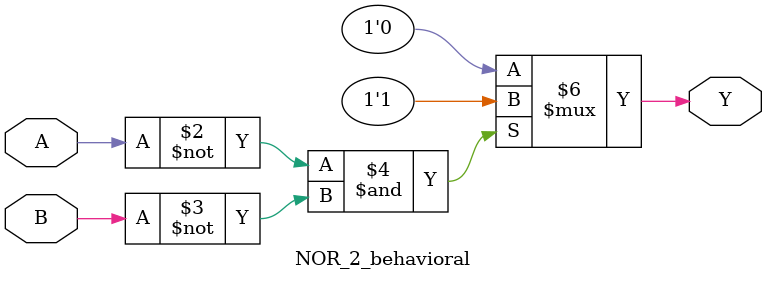
<source format=v>

module NOR_2_gate_level(output Y, input A, B);
   nor(Y, A, B); 
endmodule

module NOR_2_data_flow (output Y, input A, B);
assign Y = ~(A | B);
endmodule

module NOR_2_behavioral (output reg Y, input A, B);
always @ (A or B) begin
    if (A == 1'b0 & B == 1'b0) begin
        Y = 1'b1;
    end
    else 
        Y = 1'b0; 
end
endmodule
</source>
